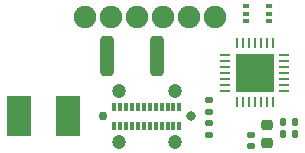
<source format=gbr>
%TF.GenerationSoftware,KiCad,Pcbnew,(6.0.9-0)*%
%TF.CreationDate,2022-11-16T11:59:38+01:00*%
%TF.ProjectId,GlowBand Dock PCB,476c6f77-4261-46e6-9420-446f636b2050,rev?*%
%TF.SameCoordinates,Original*%
%TF.FileFunction,Soldermask,Top*%
%TF.FilePolarity,Negative*%
%FSLAX46Y46*%
G04 Gerber Fmt 4.6, Leading zero omitted, Abs format (unit mm)*
G04 Created by KiCad (PCBNEW (6.0.9-0)) date 2022-11-16 11:59:38*
%MOMM*%
%LPD*%
G01*
G04 APERTURE LIST*
G04 Aperture macros list*
%AMRoundRect*
0 Rectangle with rounded corners*
0 $1 Rounding radius*
0 $2 $3 $4 $5 $6 $7 $8 $9 X,Y pos of 4 corners*
0 Add a 4 corners polygon primitive as box body*
4,1,4,$2,$3,$4,$5,$6,$7,$8,$9,$2,$3,0*
0 Add four circle primitives for the rounded corners*
1,1,$1+$1,$2,$3*
1,1,$1+$1,$4,$5*
1,1,$1+$1,$6,$7*
1,1,$1+$1,$8,$9*
0 Add four rect primitives between the rounded corners*
20,1,$1+$1,$2,$3,$4,$5,0*
20,1,$1+$1,$4,$5,$6,$7,0*
20,1,$1+$1,$6,$7,$8,$9,0*
20,1,$1+$1,$8,$9,$2,$3,0*%
G04 Aperture macros list end*
%ADD10R,0.600000X0.419990*%
%ADD11RoundRect,0.250000X0.312500X1.450000X-0.312500X1.450000X-0.312500X-1.450000X0.312500X-1.450000X0*%
%ADD12RoundRect,0.135000X0.185000X-0.135000X0.185000X0.135000X-0.185000X0.135000X-0.185000X-0.135000X0*%
%ADD13RoundRect,0.140000X-0.140000X-0.170000X0.140000X-0.170000X0.140000X0.170000X-0.140000X0.170000X0*%
%ADD14R,2.000000X3.500000*%
%ADD15C,0.750013*%
%ADD16C,0.800000*%
%ADD17C,1.200000*%
%ADD18R,0.300000X0.800000*%
%ADD19R,0.280010X0.900000*%
%ADD20R,0.900000X0.280010*%
%ADD21R,3.300000X3.300000*%
%ADD22RoundRect,0.140000X0.170000X-0.140000X0.170000X0.140000X-0.170000X0.140000X-0.170000X-0.140000X0*%
%ADD23RoundRect,0.135000X-0.185000X0.135000X-0.185000X-0.135000X0.185000X-0.135000X0.185000X0.135000X0*%
%ADD24RoundRect,0.225000X-0.250000X0.225000X-0.250000X-0.225000X0.250000X-0.225000X0.250000X0.225000X0*%
%ADD25C,1.900000*%
G04 APERTURE END LIST*
D10*
%TO.C,U1*%
X109848775Y-62794774D03*
X109848775Y-62144787D03*
X109848775Y-61494800D03*
X107948851Y-61494800D03*
X107948851Y-62144787D03*
X107948851Y-62794774D03*
%TD*%
D11*
%TO.C,F1*%
X100419113Y-65751587D03*
X96144113Y-65751587D03*
%TD*%
D12*
%TO.C,R1*%
X104784013Y-70427187D03*
X104784013Y-69407187D03*
%TD*%
D13*
%TO.C,C3*%
X111100413Y-72355587D03*
X112060413Y-72355587D03*
%TD*%
D14*
%TO.C,P2*%
X88731213Y-70831587D03*
%TD*%
D13*
%TO.C,C4*%
X111100413Y-71288787D03*
X112060413Y-71288787D03*
%TD*%
D15*
%TO.C,U2*%
X95801499Y-70831714D03*
D16*
X103301626Y-70831714D03*
D17*
X97151511Y-72981574D03*
X101951613Y-68681600D03*
X101951613Y-72981574D03*
X97151511Y-68681600D03*
D18*
X96801499Y-70031612D03*
X97301626Y-70031612D03*
X97801499Y-70031612D03*
X98301626Y-70031612D03*
X98801499Y-70031612D03*
X99301626Y-70031612D03*
X99801499Y-70031612D03*
X100301626Y-70031612D03*
X100801499Y-70031612D03*
X101301626Y-70031612D03*
X101801499Y-70031612D03*
X102301626Y-70031612D03*
X102301626Y-71631562D03*
X101801499Y-71631562D03*
X101301626Y-71631562D03*
X100801499Y-71631562D03*
X100301626Y-71631562D03*
X99801499Y-71631562D03*
X99301626Y-71631562D03*
X98801499Y-71631562D03*
X98301626Y-71631562D03*
X97801499Y-71631562D03*
X97301626Y-71631562D03*
X96801499Y-71631562D03*
%TD*%
D19*
%TO.C,U3*%
X107194343Y-69651003D03*
X107694724Y-69651003D03*
X108195105Y-69651003D03*
X108695486Y-69651003D03*
X109195867Y-69651003D03*
X109696248Y-69651003D03*
X110196629Y-69651003D03*
D20*
X111195613Y-68652273D03*
X111195613Y-68151892D03*
X111195613Y-67651511D03*
X111195613Y-67151130D03*
X111195613Y-66650749D03*
X111195613Y-66150368D03*
X111195613Y-65649987D03*
D19*
X110196629Y-64651003D03*
X109696248Y-64651003D03*
X109195867Y-64651003D03*
X108695486Y-64651003D03*
X108195105Y-64651003D03*
X107694724Y-64651003D03*
X107194343Y-64651003D03*
D20*
X106195613Y-65649987D03*
X106195613Y-66150368D03*
X106195613Y-66650749D03*
X106195613Y-67151130D03*
X106195613Y-67651511D03*
X106195613Y-68151892D03*
X106195613Y-68652273D03*
D21*
X108695486Y-67151130D03*
%TD*%
D22*
%TO.C,C2*%
X108380013Y-73343587D03*
X108380013Y-72383587D03*
%TD*%
D23*
%TO.C,R2*%
X104784013Y-71388387D03*
X104784013Y-72408387D03*
%TD*%
D24*
%TO.C,C1*%
X109700813Y-71529787D03*
X109700813Y-73079787D03*
%TD*%
D14*
%TO.C,P3*%
X92871413Y-70831587D03*
%TD*%
D25*
%TO.C,P1*%
X94294013Y-62392187D03*
X96494013Y-62392187D03*
X98694013Y-62392187D03*
X100894013Y-62392187D03*
X103094013Y-62392187D03*
X105294013Y-62392187D03*
%TD*%
M02*

</source>
